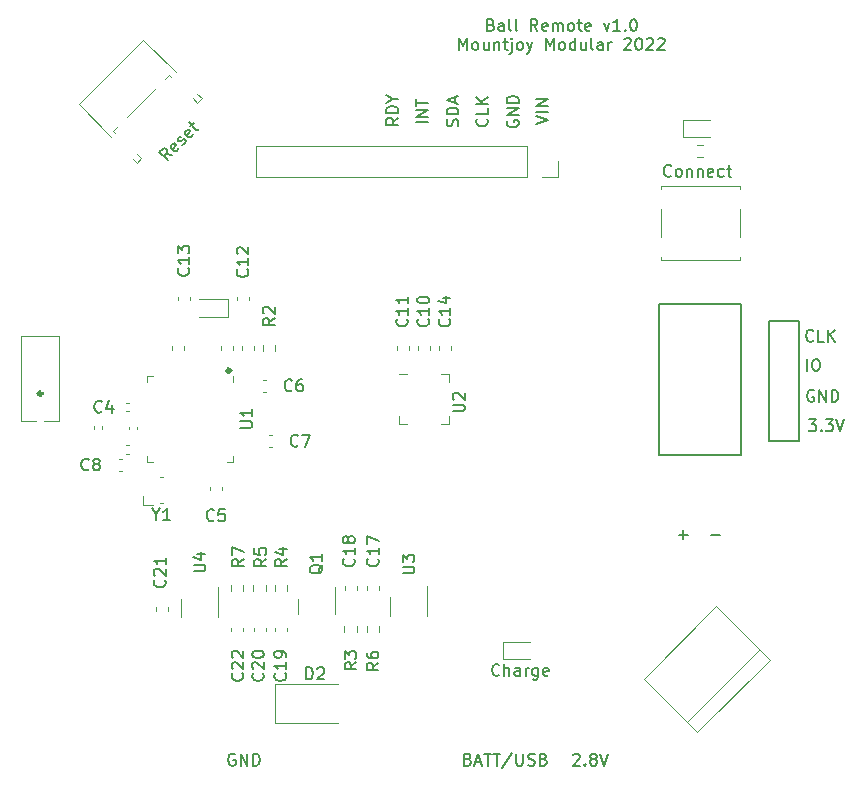
<source format=gbr>
%TF.GenerationSoftware,KiCad,Pcbnew,(6.0.1)*%
%TF.CreationDate,2022-03-12T16:33:18+00:00*%
%TF.ProjectId,Ball_Remote_Components,42616c6c-5f52-4656-9d6f-74655f436f6d,rev?*%
%TF.SameCoordinates,Original*%
%TF.FileFunction,Legend,Top*%
%TF.FilePolarity,Positive*%
%FSLAX46Y46*%
G04 Gerber Fmt 4.6, Leading zero omitted, Abs format (unit mm)*
G04 Created by KiCad (PCBNEW (6.0.1)) date 2022-03-12 16:33:18*
%MOMM*%
%LPD*%
G01*
G04 APERTURE LIST*
%ADD10C,0.150000*%
%ADD11C,0.357843*%
%ADD12C,0.120000*%
%ADD13C,0.342843*%
G04 APERTURE END LIST*
D10*
X151775000Y-75111071D02*
X151917857Y-75158690D01*
X151965476Y-75206309D01*
X152013095Y-75301547D01*
X152013095Y-75444404D01*
X151965476Y-75539642D01*
X151917857Y-75587261D01*
X151822619Y-75634880D01*
X151441666Y-75634880D01*
X151441666Y-74634880D01*
X151775000Y-74634880D01*
X151870238Y-74682500D01*
X151917857Y-74730119D01*
X151965476Y-74825357D01*
X151965476Y-74920595D01*
X151917857Y-75015833D01*
X151870238Y-75063452D01*
X151775000Y-75111071D01*
X151441666Y-75111071D01*
X152870238Y-75634880D02*
X152870238Y-75111071D01*
X152822619Y-75015833D01*
X152727380Y-74968214D01*
X152536904Y-74968214D01*
X152441666Y-75015833D01*
X152870238Y-75587261D02*
X152775000Y-75634880D01*
X152536904Y-75634880D01*
X152441666Y-75587261D01*
X152394047Y-75492023D01*
X152394047Y-75396785D01*
X152441666Y-75301547D01*
X152536904Y-75253928D01*
X152775000Y-75253928D01*
X152870238Y-75206309D01*
X153489285Y-75634880D02*
X153394047Y-75587261D01*
X153346428Y-75492023D01*
X153346428Y-74634880D01*
X154013095Y-75634880D02*
X153917857Y-75587261D01*
X153870238Y-75492023D01*
X153870238Y-74634880D01*
X155727380Y-75634880D02*
X155394047Y-75158690D01*
X155155952Y-75634880D02*
X155155952Y-74634880D01*
X155536904Y-74634880D01*
X155632142Y-74682500D01*
X155679761Y-74730119D01*
X155727380Y-74825357D01*
X155727380Y-74968214D01*
X155679761Y-75063452D01*
X155632142Y-75111071D01*
X155536904Y-75158690D01*
X155155952Y-75158690D01*
X156536904Y-75587261D02*
X156441666Y-75634880D01*
X156251190Y-75634880D01*
X156155952Y-75587261D01*
X156108333Y-75492023D01*
X156108333Y-75111071D01*
X156155952Y-75015833D01*
X156251190Y-74968214D01*
X156441666Y-74968214D01*
X156536904Y-75015833D01*
X156584523Y-75111071D01*
X156584523Y-75206309D01*
X156108333Y-75301547D01*
X157013095Y-75634880D02*
X157013095Y-74968214D01*
X157013095Y-75063452D02*
X157060714Y-75015833D01*
X157155952Y-74968214D01*
X157298809Y-74968214D01*
X157394047Y-75015833D01*
X157441666Y-75111071D01*
X157441666Y-75634880D01*
X157441666Y-75111071D02*
X157489285Y-75015833D01*
X157584523Y-74968214D01*
X157727380Y-74968214D01*
X157822619Y-75015833D01*
X157870238Y-75111071D01*
X157870238Y-75634880D01*
X158489285Y-75634880D02*
X158394047Y-75587261D01*
X158346428Y-75539642D01*
X158298809Y-75444404D01*
X158298809Y-75158690D01*
X158346428Y-75063452D01*
X158394047Y-75015833D01*
X158489285Y-74968214D01*
X158632142Y-74968214D01*
X158727380Y-75015833D01*
X158775000Y-75063452D01*
X158822619Y-75158690D01*
X158822619Y-75444404D01*
X158775000Y-75539642D01*
X158727380Y-75587261D01*
X158632142Y-75634880D01*
X158489285Y-75634880D01*
X159108333Y-74968214D02*
X159489285Y-74968214D01*
X159251190Y-74634880D02*
X159251190Y-75492023D01*
X159298809Y-75587261D01*
X159394047Y-75634880D01*
X159489285Y-75634880D01*
X160203571Y-75587261D02*
X160108333Y-75634880D01*
X159917857Y-75634880D01*
X159822619Y-75587261D01*
X159775000Y-75492023D01*
X159775000Y-75111071D01*
X159822619Y-75015833D01*
X159917857Y-74968214D01*
X160108333Y-74968214D01*
X160203571Y-75015833D01*
X160251190Y-75111071D01*
X160251190Y-75206309D01*
X159775000Y-75301547D01*
X161346428Y-74968214D02*
X161584523Y-75634880D01*
X161822619Y-74968214D01*
X162727380Y-75634880D02*
X162155952Y-75634880D01*
X162441666Y-75634880D02*
X162441666Y-74634880D01*
X162346428Y-74777738D01*
X162251190Y-74872976D01*
X162155952Y-74920595D01*
X163155952Y-75539642D02*
X163203571Y-75587261D01*
X163155952Y-75634880D01*
X163108333Y-75587261D01*
X163155952Y-75539642D01*
X163155952Y-75634880D01*
X163822619Y-74634880D02*
X163917857Y-74634880D01*
X164013095Y-74682500D01*
X164060714Y-74730119D01*
X164108333Y-74825357D01*
X164155952Y-75015833D01*
X164155952Y-75253928D01*
X164108333Y-75444404D01*
X164060714Y-75539642D01*
X164013095Y-75587261D01*
X163917857Y-75634880D01*
X163822619Y-75634880D01*
X163727380Y-75587261D01*
X163679761Y-75539642D01*
X163632142Y-75444404D01*
X163584523Y-75253928D01*
X163584523Y-75015833D01*
X163632142Y-74825357D01*
X163679761Y-74730119D01*
X163727380Y-74682500D01*
X163822619Y-74634880D01*
X149108333Y-77244880D02*
X149108333Y-76244880D01*
X149441666Y-76959166D01*
X149775000Y-76244880D01*
X149775000Y-77244880D01*
X150394047Y-77244880D02*
X150298809Y-77197261D01*
X150251190Y-77149642D01*
X150203571Y-77054404D01*
X150203571Y-76768690D01*
X150251190Y-76673452D01*
X150298809Y-76625833D01*
X150394047Y-76578214D01*
X150536904Y-76578214D01*
X150632142Y-76625833D01*
X150679761Y-76673452D01*
X150727380Y-76768690D01*
X150727380Y-77054404D01*
X150679761Y-77149642D01*
X150632142Y-77197261D01*
X150536904Y-77244880D01*
X150394047Y-77244880D01*
X151584523Y-76578214D02*
X151584523Y-77244880D01*
X151155952Y-76578214D02*
X151155952Y-77102023D01*
X151203571Y-77197261D01*
X151298809Y-77244880D01*
X151441666Y-77244880D01*
X151536904Y-77197261D01*
X151584523Y-77149642D01*
X152060714Y-76578214D02*
X152060714Y-77244880D01*
X152060714Y-76673452D02*
X152108333Y-76625833D01*
X152203571Y-76578214D01*
X152346428Y-76578214D01*
X152441666Y-76625833D01*
X152489285Y-76721071D01*
X152489285Y-77244880D01*
X152822619Y-76578214D02*
X153203571Y-76578214D01*
X152965476Y-76244880D02*
X152965476Y-77102023D01*
X153013095Y-77197261D01*
X153108333Y-77244880D01*
X153203571Y-77244880D01*
X153536904Y-76578214D02*
X153536904Y-77435357D01*
X153489285Y-77530595D01*
X153394047Y-77578214D01*
X153346428Y-77578214D01*
X153536904Y-76244880D02*
X153489285Y-76292500D01*
X153536904Y-76340119D01*
X153584523Y-76292500D01*
X153536904Y-76244880D01*
X153536904Y-76340119D01*
X154155952Y-77244880D02*
X154060714Y-77197261D01*
X154013095Y-77149642D01*
X153965476Y-77054404D01*
X153965476Y-76768690D01*
X154013095Y-76673452D01*
X154060714Y-76625833D01*
X154155952Y-76578214D01*
X154298809Y-76578214D01*
X154394047Y-76625833D01*
X154441666Y-76673452D01*
X154489285Y-76768690D01*
X154489285Y-77054404D01*
X154441666Y-77149642D01*
X154394047Y-77197261D01*
X154298809Y-77244880D01*
X154155952Y-77244880D01*
X154822619Y-76578214D02*
X155060714Y-77244880D01*
X155298809Y-76578214D02*
X155060714Y-77244880D01*
X154965476Y-77482976D01*
X154917857Y-77530595D01*
X154822619Y-77578214D01*
X156441666Y-77244880D02*
X156441666Y-76244880D01*
X156775000Y-76959166D01*
X157108333Y-76244880D01*
X157108333Y-77244880D01*
X157727380Y-77244880D02*
X157632142Y-77197261D01*
X157584523Y-77149642D01*
X157536904Y-77054404D01*
X157536904Y-76768690D01*
X157584523Y-76673452D01*
X157632142Y-76625833D01*
X157727380Y-76578214D01*
X157870238Y-76578214D01*
X157965476Y-76625833D01*
X158013095Y-76673452D01*
X158060714Y-76768690D01*
X158060714Y-77054404D01*
X158013095Y-77149642D01*
X157965476Y-77197261D01*
X157870238Y-77244880D01*
X157727380Y-77244880D01*
X158917857Y-77244880D02*
X158917857Y-76244880D01*
X158917857Y-77197261D02*
X158822619Y-77244880D01*
X158632142Y-77244880D01*
X158536904Y-77197261D01*
X158489285Y-77149642D01*
X158441666Y-77054404D01*
X158441666Y-76768690D01*
X158489285Y-76673452D01*
X158536904Y-76625833D01*
X158632142Y-76578214D01*
X158822619Y-76578214D01*
X158917857Y-76625833D01*
X159822619Y-76578214D02*
X159822619Y-77244880D01*
X159394047Y-76578214D02*
X159394047Y-77102023D01*
X159441666Y-77197261D01*
X159536904Y-77244880D01*
X159679761Y-77244880D01*
X159775000Y-77197261D01*
X159822619Y-77149642D01*
X160441666Y-77244880D02*
X160346428Y-77197261D01*
X160298809Y-77102023D01*
X160298809Y-76244880D01*
X161251190Y-77244880D02*
X161251190Y-76721071D01*
X161203571Y-76625833D01*
X161108333Y-76578214D01*
X160917857Y-76578214D01*
X160822619Y-76625833D01*
X161251190Y-77197261D02*
X161155952Y-77244880D01*
X160917857Y-77244880D01*
X160822619Y-77197261D01*
X160775000Y-77102023D01*
X160775000Y-77006785D01*
X160822619Y-76911547D01*
X160917857Y-76863928D01*
X161155952Y-76863928D01*
X161251190Y-76816309D01*
X161727380Y-77244880D02*
X161727380Y-76578214D01*
X161727380Y-76768690D02*
X161775000Y-76673452D01*
X161822619Y-76625833D01*
X161917857Y-76578214D01*
X162013095Y-76578214D01*
X163060714Y-76340119D02*
X163108333Y-76292500D01*
X163203571Y-76244880D01*
X163441666Y-76244880D01*
X163536904Y-76292500D01*
X163584523Y-76340119D01*
X163632142Y-76435357D01*
X163632142Y-76530595D01*
X163584523Y-76673452D01*
X163013095Y-77244880D01*
X163632142Y-77244880D01*
X164251190Y-76244880D02*
X164346428Y-76244880D01*
X164441666Y-76292500D01*
X164489285Y-76340119D01*
X164536904Y-76435357D01*
X164584523Y-76625833D01*
X164584523Y-76863928D01*
X164536904Y-77054404D01*
X164489285Y-77149642D01*
X164441666Y-77197261D01*
X164346428Y-77244880D01*
X164251190Y-77244880D01*
X164155952Y-77197261D01*
X164108333Y-77149642D01*
X164060714Y-77054404D01*
X164013095Y-76863928D01*
X164013095Y-76625833D01*
X164060714Y-76435357D01*
X164108333Y-76340119D01*
X164155952Y-76292500D01*
X164251190Y-76244880D01*
X164965476Y-76340119D02*
X165013095Y-76292500D01*
X165108333Y-76244880D01*
X165346428Y-76244880D01*
X165441666Y-76292500D01*
X165489285Y-76340119D01*
X165536904Y-76435357D01*
X165536904Y-76530595D01*
X165489285Y-76673452D01*
X164917857Y-77244880D01*
X165536904Y-77244880D01*
X165917857Y-76340119D02*
X165965476Y-76292500D01*
X166060714Y-76244880D01*
X166298809Y-76244880D01*
X166394047Y-76292500D01*
X166441666Y-76340119D01*
X166489285Y-76435357D01*
X166489285Y-76530595D01*
X166441666Y-76673452D01*
X165870238Y-77244880D01*
X166489285Y-77244880D01*
X143927380Y-83006547D02*
X143451190Y-83339880D01*
X143927380Y-83577976D02*
X142927380Y-83577976D01*
X142927380Y-83197023D01*
X142975000Y-83101785D01*
X143022619Y-83054166D01*
X143117857Y-83006547D01*
X143260714Y-83006547D01*
X143355952Y-83054166D01*
X143403571Y-83101785D01*
X143451190Y-83197023D01*
X143451190Y-83577976D01*
X143927380Y-82577976D02*
X142927380Y-82577976D01*
X142927380Y-82339880D01*
X142975000Y-82197023D01*
X143070238Y-82101785D01*
X143165476Y-82054166D01*
X143355952Y-82006547D01*
X143498809Y-82006547D01*
X143689285Y-82054166D01*
X143784523Y-82101785D01*
X143879761Y-82197023D01*
X143927380Y-82339880D01*
X143927380Y-82577976D01*
X143451190Y-81387500D02*
X143927380Y-81387500D01*
X142927380Y-81720833D02*
X143451190Y-81387500D01*
X142927380Y-81054166D01*
X146427380Y-83392261D02*
X145427380Y-83392261D01*
X146427380Y-82916071D02*
X145427380Y-82916071D01*
X146427380Y-82344642D01*
X145427380Y-82344642D01*
X145427380Y-82011309D02*
X145427380Y-81439880D01*
X146427380Y-81725595D02*
X145427380Y-81725595D01*
X148979761Y-83701785D02*
X149027380Y-83558928D01*
X149027380Y-83320833D01*
X148979761Y-83225595D01*
X148932142Y-83177976D01*
X148836904Y-83130357D01*
X148741666Y-83130357D01*
X148646428Y-83177976D01*
X148598809Y-83225595D01*
X148551190Y-83320833D01*
X148503571Y-83511309D01*
X148455952Y-83606547D01*
X148408333Y-83654166D01*
X148313095Y-83701785D01*
X148217857Y-83701785D01*
X148122619Y-83654166D01*
X148075000Y-83606547D01*
X148027380Y-83511309D01*
X148027380Y-83273214D01*
X148075000Y-83130357D01*
X149027380Y-82701785D02*
X148027380Y-82701785D01*
X148027380Y-82463690D01*
X148075000Y-82320833D01*
X148170238Y-82225595D01*
X148265476Y-82177976D01*
X148455952Y-82130357D01*
X148598809Y-82130357D01*
X148789285Y-82177976D01*
X148884523Y-82225595D01*
X148979761Y-82320833D01*
X149027380Y-82463690D01*
X149027380Y-82701785D01*
X148741666Y-81749404D02*
X148741666Y-81273214D01*
X149027380Y-81844642D02*
X148027380Y-81511309D01*
X149027380Y-81177976D01*
X151432142Y-83082738D02*
X151479761Y-83130357D01*
X151527380Y-83273214D01*
X151527380Y-83368452D01*
X151479761Y-83511309D01*
X151384523Y-83606547D01*
X151289285Y-83654166D01*
X151098809Y-83701785D01*
X150955952Y-83701785D01*
X150765476Y-83654166D01*
X150670238Y-83606547D01*
X150575000Y-83511309D01*
X150527380Y-83368452D01*
X150527380Y-83273214D01*
X150575000Y-83130357D01*
X150622619Y-83082738D01*
X151527380Y-82177976D02*
X151527380Y-82654166D01*
X150527380Y-82654166D01*
X151527380Y-81844642D02*
X150527380Y-81844642D01*
X151527380Y-81273214D02*
X150955952Y-81701785D01*
X150527380Y-81273214D02*
X151098809Y-81844642D01*
X153175000Y-83249404D02*
X153127380Y-83344642D01*
X153127380Y-83487500D01*
X153175000Y-83630357D01*
X153270238Y-83725595D01*
X153365476Y-83773214D01*
X153555952Y-83820833D01*
X153698809Y-83820833D01*
X153889285Y-83773214D01*
X153984523Y-83725595D01*
X154079761Y-83630357D01*
X154127380Y-83487500D01*
X154127380Y-83392261D01*
X154079761Y-83249404D01*
X154032142Y-83201785D01*
X153698809Y-83201785D01*
X153698809Y-83392261D01*
X154127380Y-82773214D02*
X153127380Y-82773214D01*
X154127380Y-82201785D01*
X153127380Y-82201785D01*
X154127380Y-81725595D02*
X153127380Y-81725595D01*
X153127380Y-81487500D01*
X153175000Y-81344642D01*
X153270238Y-81249404D01*
X153365476Y-81201785D01*
X153555952Y-81154166D01*
X153698809Y-81154166D01*
X153889285Y-81201785D01*
X153984523Y-81249404D01*
X154079761Y-81344642D01*
X154127380Y-81487500D01*
X154127380Y-81725595D01*
X155627380Y-83482738D02*
X156627380Y-83149404D01*
X155627380Y-82816071D01*
X156627380Y-82482738D02*
X155627380Y-82482738D01*
X156627380Y-82006547D02*
X155627380Y-82006547D01*
X156627380Y-81435119D01*
X155627380Y-81435119D01*
X167675595Y-118308928D02*
X168437500Y-118308928D01*
X168056547Y-118689880D02*
X168056547Y-117927976D01*
X170437500Y-118308928D02*
X171199404Y-118308928D01*
D11*
X129778921Y-104400000D02*
G75*
G03*
X129778921Y-104400000I-178921J0D01*
G01*
D10*
X158746428Y-136935119D02*
X158794047Y-136887500D01*
X158889285Y-136839880D01*
X159127380Y-136839880D01*
X159222619Y-136887500D01*
X159270238Y-136935119D01*
X159317857Y-137030357D01*
X159317857Y-137125595D01*
X159270238Y-137268452D01*
X158698809Y-137839880D01*
X159317857Y-137839880D01*
X159746428Y-137744642D02*
X159794047Y-137792261D01*
X159746428Y-137839880D01*
X159698809Y-137792261D01*
X159746428Y-137744642D01*
X159746428Y-137839880D01*
X160365476Y-137268452D02*
X160270238Y-137220833D01*
X160222619Y-137173214D01*
X160175000Y-137077976D01*
X160175000Y-137030357D01*
X160222619Y-136935119D01*
X160270238Y-136887500D01*
X160365476Y-136839880D01*
X160555952Y-136839880D01*
X160651190Y-136887500D01*
X160698809Y-136935119D01*
X160746428Y-137030357D01*
X160746428Y-137077976D01*
X160698809Y-137173214D01*
X160651190Y-137220833D01*
X160555952Y-137268452D01*
X160365476Y-137268452D01*
X160270238Y-137316071D01*
X160222619Y-137363690D01*
X160175000Y-137458928D01*
X160175000Y-137649404D01*
X160222619Y-137744642D01*
X160270238Y-137792261D01*
X160365476Y-137839880D01*
X160555952Y-137839880D01*
X160651190Y-137792261D01*
X160698809Y-137744642D01*
X160746428Y-137649404D01*
X160746428Y-137458928D01*
X160698809Y-137363690D01*
X160651190Y-137316071D01*
X160555952Y-137268452D01*
X161032142Y-136839880D02*
X161365476Y-137839880D01*
X161698809Y-136839880D01*
X130113095Y-136887500D02*
X130017857Y-136839880D01*
X129875000Y-136839880D01*
X129732142Y-136887500D01*
X129636904Y-136982738D01*
X129589285Y-137077976D01*
X129541666Y-137268452D01*
X129541666Y-137411309D01*
X129589285Y-137601785D01*
X129636904Y-137697023D01*
X129732142Y-137792261D01*
X129875000Y-137839880D01*
X129970238Y-137839880D01*
X130113095Y-137792261D01*
X130160714Y-137744642D01*
X130160714Y-137411309D01*
X129970238Y-137411309D01*
X130589285Y-137839880D02*
X130589285Y-136839880D01*
X131160714Y-137839880D01*
X131160714Y-136839880D01*
X131636904Y-137839880D02*
X131636904Y-136839880D01*
X131875000Y-136839880D01*
X132017857Y-136887500D01*
X132113095Y-136982738D01*
X132160714Y-137077976D01*
X132208333Y-137268452D01*
X132208333Y-137411309D01*
X132160714Y-137601785D01*
X132113095Y-137697023D01*
X132017857Y-137792261D01*
X131875000Y-137839880D01*
X131636904Y-137839880D01*
X124819416Y-86182847D02*
X124246996Y-86081831D01*
X124415355Y-86586908D02*
X123708248Y-85879801D01*
X123977622Y-85610427D01*
X124078637Y-85576755D01*
X124145981Y-85576755D01*
X124246996Y-85610427D01*
X124348011Y-85711442D01*
X124381683Y-85812457D01*
X124381683Y-85879801D01*
X124348011Y-85980816D01*
X124078637Y-86250190D01*
X125358164Y-85576755D02*
X125324492Y-85677770D01*
X125189805Y-85812457D01*
X125088790Y-85846129D01*
X124987774Y-85812457D01*
X124718400Y-85543083D01*
X124684729Y-85442068D01*
X124718400Y-85341053D01*
X124853087Y-85206366D01*
X124954103Y-85172694D01*
X125055118Y-85206366D01*
X125122461Y-85273709D01*
X124853087Y-85677770D01*
X125661209Y-85273709D02*
X125762225Y-85240038D01*
X125896912Y-85105351D01*
X125930583Y-85004335D01*
X125896912Y-84903320D01*
X125863240Y-84869648D01*
X125762225Y-84835977D01*
X125661209Y-84869648D01*
X125560194Y-84970664D01*
X125459179Y-85004335D01*
X125358164Y-84970664D01*
X125324492Y-84936992D01*
X125290820Y-84835977D01*
X125324492Y-84734961D01*
X125425507Y-84633946D01*
X125526522Y-84600274D01*
X126536675Y-84398244D02*
X126503003Y-84499259D01*
X126368316Y-84633946D01*
X126267301Y-84667618D01*
X126166286Y-84633946D01*
X125896912Y-84364572D01*
X125863240Y-84263557D01*
X125896912Y-84162542D01*
X126031599Y-84027855D01*
X126132614Y-83994183D01*
X126233629Y-84027855D01*
X126300973Y-84095198D01*
X126031599Y-84499259D01*
X126334644Y-83724809D02*
X126604018Y-83455435D01*
X126199957Y-83388091D02*
X126806049Y-83994183D01*
X126907064Y-84027855D01*
X127008079Y-83994183D01*
X127075423Y-83926839D01*
X152489285Y-130144642D02*
X152441666Y-130192261D01*
X152298809Y-130239880D01*
X152203571Y-130239880D01*
X152060714Y-130192261D01*
X151965476Y-130097023D01*
X151917857Y-130001785D01*
X151870238Y-129811309D01*
X151870238Y-129668452D01*
X151917857Y-129477976D01*
X151965476Y-129382738D01*
X152060714Y-129287500D01*
X152203571Y-129239880D01*
X152298809Y-129239880D01*
X152441666Y-129287500D01*
X152489285Y-129335119D01*
X152917857Y-130239880D02*
X152917857Y-129239880D01*
X153346428Y-130239880D02*
X153346428Y-129716071D01*
X153298809Y-129620833D01*
X153203571Y-129573214D01*
X153060714Y-129573214D01*
X152965476Y-129620833D01*
X152917857Y-129668452D01*
X154251190Y-130239880D02*
X154251190Y-129716071D01*
X154203571Y-129620833D01*
X154108333Y-129573214D01*
X153917857Y-129573214D01*
X153822619Y-129620833D01*
X154251190Y-130192261D02*
X154155952Y-130239880D01*
X153917857Y-130239880D01*
X153822619Y-130192261D01*
X153775000Y-130097023D01*
X153775000Y-130001785D01*
X153822619Y-129906547D01*
X153917857Y-129858928D01*
X154155952Y-129858928D01*
X154251190Y-129811309D01*
X154727380Y-130239880D02*
X154727380Y-129573214D01*
X154727380Y-129763690D02*
X154775000Y-129668452D01*
X154822619Y-129620833D01*
X154917857Y-129573214D01*
X155013095Y-129573214D01*
X155775000Y-129573214D02*
X155775000Y-130382738D01*
X155727380Y-130477976D01*
X155679761Y-130525595D01*
X155584523Y-130573214D01*
X155441666Y-130573214D01*
X155346428Y-130525595D01*
X155775000Y-130192261D02*
X155679761Y-130239880D01*
X155489285Y-130239880D01*
X155394047Y-130192261D01*
X155346428Y-130144642D01*
X155298809Y-130049404D01*
X155298809Y-129763690D01*
X155346428Y-129668452D01*
X155394047Y-129620833D01*
X155489285Y-129573214D01*
X155679761Y-129573214D01*
X155775000Y-129620833D01*
X156632142Y-130192261D02*
X156536904Y-130239880D01*
X156346428Y-130239880D01*
X156251190Y-130192261D01*
X156203571Y-130097023D01*
X156203571Y-129716071D01*
X156251190Y-129620833D01*
X156346428Y-129573214D01*
X156536904Y-129573214D01*
X156632142Y-129620833D01*
X156679761Y-129716071D01*
X156679761Y-129811309D01*
X156203571Y-129906547D01*
X149832142Y-137316071D02*
X149975000Y-137363690D01*
X150022619Y-137411309D01*
X150070238Y-137506547D01*
X150070238Y-137649404D01*
X150022619Y-137744642D01*
X149975000Y-137792261D01*
X149879761Y-137839880D01*
X149498809Y-137839880D01*
X149498809Y-136839880D01*
X149832142Y-136839880D01*
X149927380Y-136887500D01*
X149975000Y-136935119D01*
X150022619Y-137030357D01*
X150022619Y-137125595D01*
X149975000Y-137220833D01*
X149927380Y-137268452D01*
X149832142Y-137316071D01*
X149498809Y-137316071D01*
X150451190Y-137554166D02*
X150927380Y-137554166D01*
X150355952Y-137839880D02*
X150689285Y-136839880D01*
X151022619Y-137839880D01*
X151213095Y-136839880D02*
X151784523Y-136839880D01*
X151498809Y-137839880D02*
X151498809Y-136839880D01*
X151975000Y-136839880D02*
X152546428Y-136839880D01*
X152260714Y-137839880D02*
X152260714Y-136839880D01*
X153594047Y-136792261D02*
X152736904Y-138077976D01*
X153927380Y-136839880D02*
X153927380Y-137649404D01*
X153975000Y-137744642D01*
X154022619Y-137792261D01*
X154117857Y-137839880D01*
X154308333Y-137839880D01*
X154403571Y-137792261D01*
X154451190Y-137744642D01*
X154498809Y-137649404D01*
X154498809Y-136839880D01*
X154927380Y-137792261D02*
X155070238Y-137839880D01*
X155308333Y-137839880D01*
X155403571Y-137792261D01*
X155451190Y-137744642D01*
X155498809Y-137649404D01*
X155498809Y-137554166D01*
X155451190Y-137458928D01*
X155403571Y-137411309D01*
X155308333Y-137363690D01*
X155117857Y-137316071D01*
X155022619Y-137268452D01*
X154975000Y-137220833D01*
X154927380Y-137125595D01*
X154927380Y-137030357D01*
X154975000Y-136935119D01*
X155022619Y-136887500D01*
X155117857Y-136839880D01*
X155355952Y-136839880D01*
X155498809Y-136887500D01*
X156260714Y-137316071D02*
X156403571Y-137363690D01*
X156451190Y-137411309D01*
X156498809Y-137506547D01*
X156498809Y-137649404D01*
X156451190Y-137744642D01*
X156403571Y-137792261D01*
X156308333Y-137839880D01*
X155927380Y-137839880D01*
X155927380Y-136839880D01*
X156260714Y-136839880D01*
X156355952Y-136887500D01*
X156403571Y-136935119D01*
X156451190Y-137030357D01*
X156451190Y-137125595D01*
X156403571Y-137220833D01*
X156355952Y-137268452D01*
X156260714Y-137316071D01*
X155927380Y-137316071D01*
X167047023Y-87894642D02*
X166999404Y-87942261D01*
X166856547Y-87989880D01*
X166761309Y-87989880D01*
X166618452Y-87942261D01*
X166523214Y-87847023D01*
X166475595Y-87751785D01*
X166427976Y-87561309D01*
X166427976Y-87418452D01*
X166475595Y-87227976D01*
X166523214Y-87132738D01*
X166618452Y-87037500D01*
X166761309Y-86989880D01*
X166856547Y-86989880D01*
X166999404Y-87037500D01*
X167047023Y-87085119D01*
X167618452Y-87989880D02*
X167523214Y-87942261D01*
X167475595Y-87894642D01*
X167427976Y-87799404D01*
X167427976Y-87513690D01*
X167475595Y-87418452D01*
X167523214Y-87370833D01*
X167618452Y-87323214D01*
X167761309Y-87323214D01*
X167856547Y-87370833D01*
X167904166Y-87418452D01*
X167951785Y-87513690D01*
X167951785Y-87799404D01*
X167904166Y-87894642D01*
X167856547Y-87942261D01*
X167761309Y-87989880D01*
X167618452Y-87989880D01*
X168380357Y-87323214D02*
X168380357Y-87989880D01*
X168380357Y-87418452D02*
X168427976Y-87370833D01*
X168523214Y-87323214D01*
X168666071Y-87323214D01*
X168761309Y-87370833D01*
X168808928Y-87466071D01*
X168808928Y-87989880D01*
X169285119Y-87323214D02*
X169285119Y-87989880D01*
X169285119Y-87418452D02*
X169332738Y-87370833D01*
X169427976Y-87323214D01*
X169570833Y-87323214D01*
X169666071Y-87370833D01*
X169713690Y-87466071D01*
X169713690Y-87989880D01*
X170570833Y-87942261D02*
X170475595Y-87989880D01*
X170285119Y-87989880D01*
X170189880Y-87942261D01*
X170142261Y-87847023D01*
X170142261Y-87466071D01*
X170189880Y-87370833D01*
X170285119Y-87323214D01*
X170475595Y-87323214D01*
X170570833Y-87370833D01*
X170618452Y-87466071D01*
X170618452Y-87561309D01*
X170142261Y-87656547D01*
X171475595Y-87942261D02*
X171380357Y-87989880D01*
X171189880Y-87989880D01*
X171094642Y-87942261D01*
X171047023Y-87894642D01*
X170999404Y-87799404D01*
X170999404Y-87513690D01*
X171047023Y-87418452D01*
X171094642Y-87370833D01*
X171189880Y-87323214D01*
X171380357Y-87323214D01*
X171475595Y-87370833D01*
X171761309Y-87323214D02*
X172142261Y-87323214D01*
X171904166Y-86989880D02*
X171904166Y-87847023D01*
X171951785Y-87942261D01*
X172047023Y-87989880D01*
X172142261Y-87989880D01*
%TO.C,R5*%
X132752380Y-120366666D02*
X132276190Y-120700000D01*
X132752380Y-120938095D02*
X131752380Y-120938095D01*
X131752380Y-120557142D01*
X131800000Y-120461904D01*
X131847619Y-120414285D01*
X131942857Y-120366666D01*
X132085714Y-120366666D01*
X132180952Y-120414285D01*
X132228571Y-120461904D01*
X132276190Y-120557142D01*
X132276190Y-120938095D01*
X131752380Y-119461904D02*
X131752380Y-119938095D01*
X132228571Y-119985714D01*
X132180952Y-119938095D01*
X132133333Y-119842857D01*
X132133333Y-119604761D01*
X132180952Y-119509523D01*
X132228571Y-119461904D01*
X132323809Y-119414285D01*
X132561904Y-119414285D01*
X132657142Y-119461904D01*
X132704761Y-119509523D01*
X132752380Y-119604761D01*
X132752380Y-119842857D01*
X132704761Y-119938095D01*
X132657142Y-119985714D01*
%TO.C,C8*%
X117733333Y-112757142D02*
X117685714Y-112804761D01*
X117542857Y-112852380D01*
X117447619Y-112852380D01*
X117304761Y-112804761D01*
X117209523Y-112709523D01*
X117161904Y-112614285D01*
X117114285Y-112423809D01*
X117114285Y-112280952D01*
X117161904Y-112090476D01*
X117209523Y-111995238D01*
X117304761Y-111900000D01*
X117447619Y-111852380D01*
X117542857Y-111852380D01*
X117685714Y-111900000D01*
X117733333Y-111947619D01*
X118304761Y-112280952D02*
X118209523Y-112233333D01*
X118161904Y-112185714D01*
X118114285Y-112090476D01*
X118114285Y-112042857D01*
X118161904Y-111947619D01*
X118209523Y-111900000D01*
X118304761Y-111852380D01*
X118495238Y-111852380D01*
X118590476Y-111900000D01*
X118638095Y-111947619D01*
X118685714Y-112042857D01*
X118685714Y-112090476D01*
X118638095Y-112185714D01*
X118590476Y-112233333D01*
X118495238Y-112280952D01*
X118304761Y-112280952D01*
X118209523Y-112328571D01*
X118161904Y-112376190D01*
X118114285Y-112471428D01*
X118114285Y-112661904D01*
X118161904Y-112757142D01*
X118209523Y-112804761D01*
X118304761Y-112852380D01*
X118495238Y-112852380D01*
X118590476Y-112804761D01*
X118638095Y-112757142D01*
X118685714Y-112661904D01*
X118685714Y-112471428D01*
X118638095Y-112376190D01*
X118590476Y-112328571D01*
X118495238Y-112280952D01*
%TO.C,Y1*%
X123423809Y-116576190D02*
X123423809Y-117052380D01*
X123090476Y-116052380D02*
X123423809Y-116576190D01*
X123757142Y-116052380D01*
X124614285Y-117052380D02*
X124042857Y-117052380D01*
X124328571Y-117052380D02*
X124328571Y-116052380D01*
X124233333Y-116195238D01*
X124138095Y-116290476D01*
X124042857Y-116338095D01*
%TO.C,C5*%
X128333333Y-117057142D02*
X128285714Y-117104761D01*
X128142857Y-117152380D01*
X128047619Y-117152380D01*
X127904761Y-117104761D01*
X127809523Y-117009523D01*
X127761904Y-116914285D01*
X127714285Y-116723809D01*
X127714285Y-116580952D01*
X127761904Y-116390476D01*
X127809523Y-116295238D01*
X127904761Y-116200000D01*
X128047619Y-116152380D01*
X128142857Y-116152380D01*
X128285714Y-116200000D01*
X128333333Y-116247619D01*
X129238095Y-116152380D02*
X128761904Y-116152380D01*
X128714285Y-116628571D01*
X128761904Y-116580952D01*
X128857142Y-116533333D01*
X129095238Y-116533333D01*
X129190476Y-116580952D01*
X129238095Y-116628571D01*
X129285714Y-116723809D01*
X129285714Y-116961904D01*
X129238095Y-117057142D01*
X129190476Y-117104761D01*
X129095238Y-117152380D01*
X128857142Y-117152380D01*
X128761904Y-117104761D01*
X128714285Y-117057142D01*
%TO.C,U3*%
X144302380Y-121561904D02*
X145111904Y-121561904D01*
X145207142Y-121514285D01*
X145254761Y-121466666D01*
X145302380Y-121371428D01*
X145302380Y-121180952D01*
X145254761Y-121085714D01*
X145207142Y-121038095D01*
X145111904Y-120990476D01*
X144302380Y-120990476D01*
X144302380Y-120609523D02*
X144302380Y-119990476D01*
X144683333Y-120323809D01*
X144683333Y-120180952D01*
X144730952Y-120085714D01*
X144778571Y-120038095D01*
X144873809Y-119990476D01*
X145111904Y-119990476D01*
X145207142Y-120038095D01*
X145254761Y-120085714D01*
X145302380Y-120180952D01*
X145302380Y-120466666D01*
X145254761Y-120561904D01*
X145207142Y-120609523D01*
%TO.C,J3*%
X178551190Y-104439880D02*
X178551190Y-103439880D01*
X179217857Y-103439880D02*
X179408333Y-103439880D01*
X179503571Y-103487500D01*
X179598809Y-103582738D01*
X179646428Y-103773214D01*
X179646428Y-104106547D01*
X179598809Y-104297023D01*
X179503571Y-104392261D01*
X179408333Y-104439880D01*
X179217857Y-104439880D01*
X179122619Y-104392261D01*
X179027380Y-104297023D01*
X178979761Y-104106547D01*
X178979761Y-103773214D01*
X179027380Y-103582738D01*
X179122619Y-103487500D01*
X179217857Y-103439880D01*
X179079761Y-101844642D02*
X179032142Y-101892261D01*
X178889285Y-101939880D01*
X178794047Y-101939880D01*
X178651190Y-101892261D01*
X178555952Y-101797023D01*
X178508333Y-101701785D01*
X178460714Y-101511309D01*
X178460714Y-101368452D01*
X178508333Y-101177976D01*
X178555952Y-101082738D01*
X178651190Y-100987500D01*
X178794047Y-100939880D01*
X178889285Y-100939880D01*
X179032142Y-100987500D01*
X179079761Y-101035119D01*
X179984523Y-101939880D02*
X179508333Y-101939880D01*
X179508333Y-100939880D01*
X180317857Y-101939880D02*
X180317857Y-100939880D01*
X180889285Y-101939880D02*
X180460714Y-101368452D01*
X180889285Y-100939880D02*
X180317857Y-101511309D01*
X178698809Y-108539880D02*
X179317857Y-108539880D01*
X178984523Y-108920833D01*
X179127380Y-108920833D01*
X179222619Y-108968452D01*
X179270238Y-109016071D01*
X179317857Y-109111309D01*
X179317857Y-109349404D01*
X179270238Y-109444642D01*
X179222619Y-109492261D01*
X179127380Y-109539880D01*
X178841666Y-109539880D01*
X178746428Y-109492261D01*
X178698809Y-109444642D01*
X179746428Y-109444642D02*
X179794047Y-109492261D01*
X179746428Y-109539880D01*
X179698809Y-109492261D01*
X179746428Y-109444642D01*
X179746428Y-109539880D01*
X180127380Y-108539880D02*
X180746428Y-108539880D01*
X180413095Y-108920833D01*
X180555952Y-108920833D01*
X180651190Y-108968452D01*
X180698809Y-109016071D01*
X180746428Y-109111309D01*
X180746428Y-109349404D01*
X180698809Y-109444642D01*
X180651190Y-109492261D01*
X180555952Y-109539880D01*
X180270238Y-109539880D01*
X180175000Y-109492261D01*
X180127380Y-109444642D01*
X181032142Y-108539880D02*
X181365476Y-109539880D01*
X181698809Y-108539880D01*
X179113095Y-106087500D02*
X179017857Y-106039880D01*
X178875000Y-106039880D01*
X178732142Y-106087500D01*
X178636904Y-106182738D01*
X178589285Y-106277976D01*
X178541666Y-106468452D01*
X178541666Y-106611309D01*
X178589285Y-106801785D01*
X178636904Y-106897023D01*
X178732142Y-106992261D01*
X178875000Y-107039880D01*
X178970238Y-107039880D01*
X179113095Y-106992261D01*
X179160714Y-106944642D01*
X179160714Y-106611309D01*
X178970238Y-106611309D01*
X179589285Y-107039880D02*
X179589285Y-106039880D01*
X180160714Y-107039880D01*
X180160714Y-106039880D01*
X180636904Y-107039880D02*
X180636904Y-106039880D01*
X180875000Y-106039880D01*
X181017857Y-106087500D01*
X181113095Y-106182738D01*
X181160714Y-106277976D01*
X181208333Y-106468452D01*
X181208333Y-106611309D01*
X181160714Y-106801785D01*
X181113095Y-106897023D01*
X181017857Y-106992261D01*
X180875000Y-107039880D01*
X180636904Y-107039880D01*
%TO.C,R3*%
X140402380Y-129116666D02*
X139926190Y-129450000D01*
X140402380Y-129688095D02*
X139402380Y-129688095D01*
X139402380Y-129307142D01*
X139450000Y-129211904D01*
X139497619Y-129164285D01*
X139592857Y-129116666D01*
X139735714Y-129116666D01*
X139830952Y-129164285D01*
X139878571Y-129211904D01*
X139926190Y-129307142D01*
X139926190Y-129688095D01*
X139402380Y-128783333D02*
X139402380Y-128164285D01*
X139783333Y-128497619D01*
X139783333Y-128354761D01*
X139830952Y-128259523D01*
X139878571Y-128211904D01*
X139973809Y-128164285D01*
X140211904Y-128164285D01*
X140307142Y-128211904D01*
X140354761Y-128259523D01*
X140402380Y-128354761D01*
X140402380Y-128640476D01*
X140354761Y-128735714D01*
X140307142Y-128783333D01*
%TO.C,C7*%
X135452083Y-110738392D02*
X135404464Y-110786011D01*
X135261607Y-110833630D01*
X135166369Y-110833630D01*
X135023511Y-110786011D01*
X134928273Y-110690773D01*
X134880654Y-110595535D01*
X134833035Y-110405059D01*
X134833035Y-110262202D01*
X134880654Y-110071726D01*
X134928273Y-109976488D01*
X135023511Y-109881250D01*
X135166369Y-109833630D01*
X135261607Y-109833630D01*
X135404464Y-109881250D01*
X135452083Y-109928869D01*
X135785416Y-109833630D02*
X136452083Y-109833630D01*
X136023511Y-110833630D01*
%TO.C,C17*%
X142182142Y-120342857D02*
X142229761Y-120390476D01*
X142277380Y-120533333D01*
X142277380Y-120628571D01*
X142229761Y-120771428D01*
X142134523Y-120866666D01*
X142039285Y-120914285D01*
X141848809Y-120961904D01*
X141705952Y-120961904D01*
X141515476Y-120914285D01*
X141420238Y-120866666D01*
X141325000Y-120771428D01*
X141277380Y-120628571D01*
X141277380Y-120533333D01*
X141325000Y-120390476D01*
X141372619Y-120342857D01*
X142277380Y-119390476D02*
X142277380Y-119961904D01*
X142277380Y-119676190D02*
X141277380Y-119676190D01*
X141420238Y-119771428D01*
X141515476Y-119866666D01*
X141563095Y-119961904D01*
X141277380Y-119057142D02*
X141277380Y-118390476D01*
X142277380Y-118819047D01*
%TO.C,R4*%
X134512380Y-120366666D02*
X134036190Y-120700000D01*
X134512380Y-120938095D02*
X133512380Y-120938095D01*
X133512380Y-120557142D01*
X133560000Y-120461904D01*
X133607619Y-120414285D01*
X133702857Y-120366666D01*
X133845714Y-120366666D01*
X133940952Y-120414285D01*
X133988571Y-120461904D01*
X134036190Y-120557142D01*
X134036190Y-120938095D01*
X133845714Y-119509523D02*
X134512380Y-119509523D01*
X133464761Y-119747619D02*
X134179047Y-119985714D01*
X134179047Y-119366666D01*
%TO.C,C13*%
X126157142Y-95742857D02*
X126204761Y-95790476D01*
X126252380Y-95933333D01*
X126252380Y-96028571D01*
X126204761Y-96171428D01*
X126109523Y-96266666D01*
X126014285Y-96314285D01*
X125823809Y-96361904D01*
X125680952Y-96361904D01*
X125490476Y-96314285D01*
X125395238Y-96266666D01*
X125300000Y-96171428D01*
X125252380Y-96028571D01*
X125252380Y-95933333D01*
X125300000Y-95790476D01*
X125347619Y-95742857D01*
X126252380Y-94790476D02*
X126252380Y-95361904D01*
X126252380Y-95076190D02*
X125252380Y-95076190D01*
X125395238Y-95171428D01*
X125490476Y-95266666D01*
X125538095Y-95361904D01*
X125252380Y-94457142D02*
X125252380Y-93838095D01*
X125633333Y-94171428D01*
X125633333Y-94028571D01*
X125680952Y-93933333D01*
X125728571Y-93885714D01*
X125823809Y-93838095D01*
X126061904Y-93838095D01*
X126157142Y-93885714D01*
X126204761Y-93933333D01*
X126252380Y-94028571D01*
X126252380Y-94314285D01*
X126204761Y-94409523D01*
X126157142Y-94457142D01*
%TO.C,C6*%
X134933333Y-106057142D02*
X134885714Y-106104761D01*
X134742857Y-106152380D01*
X134647619Y-106152380D01*
X134504761Y-106104761D01*
X134409523Y-106009523D01*
X134361904Y-105914285D01*
X134314285Y-105723809D01*
X134314285Y-105580952D01*
X134361904Y-105390476D01*
X134409523Y-105295238D01*
X134504761Y-105200000D01*
X134647619Y-105152380D01*
X134742857Y-105152380D01*
X134885714Y-105200000D01*
X134933333Y-105247619D01*
X135790476Y-105152380D02*
X135600000Y-105152380D01*
X135504761Y-105200000D01*
X135457142Y-105247619D01*
X135361904Y-105390476D01*
X135314285Y-105580952D01*
X135314285Y-105961904D01*
X135361904Y-106057142D01*
X135409523Y-106104761D01*
X135504761Y-106152380D01*
X135695238Y-106152380D01*
X135790476Y-106104761D01*
X135838095Y-106057142D01*
X135885714Y-105961904D01*
X135885714Y-105723809D01*
X135838095Y-105628571D01*
X135790476Y-105580952D01*
X135695238Y-105533333D01*
X135504761Y-105533333D01*
X135409523Y-105580952D01*
X135361904Y-105628571D01*
X135314285Y-105723809D01*
%TO.C,R6*%
X142252380Y-129154166D02*
X141776190Y-129487500D01*
X142252380Y-129725595D02*
X141252380Y-129725595D01*
X141252380Y-129344642D01*
X141300000Y-129249404D01*
X141347619Y-129201785D01*
X141442857Y-129154166D01*
X141585714Y-129154166D01*
X141680952Y-129201785D01*
X141728571Y-129249404D01*
X141776190Y-129344642D01*
X141776190Y-129725595D01*
X141252380Y-128297023D02*
X141252380Y-128487500D01*
X141300000Y-128582738D01*
X141347619Y-128630357D01*
X141490476Y-128725595D01*
X141680952Y-128773214D01*
X142061904Y-128773214D01*
X142157142Y-128725595D01*
X142204761Y-128677976D01*
X142252380Y-128582738D01*
X142252380Y-128392261D01*
X142204761Y-128297023D01*
X142157142Y-128249404D01*
X142061904Y-128201785D01*
X141823809Y-128201785D01*
X141728571Y-128249404D01*
X141680952Y-128297023D01*
X141633333Y-128392261D01*
X141633333Y-128582738D01*
X141680952Y-128677976D01*
X141728571Y-128725595D01*
X141823809Y-128773214D01*
%TO.C,C12*%
X131157142Y-95842857D02*
X131204761Y-95890476D01*
X131252380Y-96033333D01*
X131252380Y-96128571D01*
X131204761Y-96271428D01*
X131109523Y-96366666D01*
X131014285Y-96414285D01*
X130823809Y-96461904D01*
X130680952Y-96461904D01*
X130490476Y-96414285D01*
X130395238Y-96366666D01*
X130300000Y-96271428D01*
X130252380Y-96128571D01*
X130252380Y-96033333D01*
X130300000Y-95890476D01*
X130347619Y-95842857D01*
X131252380Y-94890476D02*
X131252380Y-95461904D01*
X131252380Y-95176190D02*
X130252380Y-95176190D01*
X130395238Y-95271428D01*
X130490476Y-95366666D01*
X130538095Y-95461904D01*
X130347619Y-94509523D02*
X130300000Y-94461904D01*
X130252380Y-94366666D01*
X130252380Y-94128571D01*
X130300000Y-94033333D01*
X130347619Y-93985714D01*
X130442857Y-93938095D01*
X130538095Y-93938095D01*
X130680952Y-93985714D01*
X131252380Y-94557142D01*
X131252380Y-93938095D01*
%TO.C,C10*%
X146457142Y-100042857D02*
X146504761Y-100090476D01*
X146552380Y-100233333D01*
X146552380Y-100328571D01*
X146504761Y-100471428D01*
X146409523Y-100566666D01*
X146314285Y-100614285D01*
X146123809Y-100661904D01*
X145980952Y-100661904D01*
X145790476Y-100614285D01*
X145695238Y-100566666D01*
X145600000Y-100471428D01*
X145552380Y-100328571D01*
X145552380Y-100233333D01*
X145600000Y-100090476D01*
X145647619Y-100042857D01*
X146552380Y-99090476D02*
X146552380Y-99661904D01*
X146552380Y-99376190D02*
X145552380Y-99376190D01*
X145695238Y-99471428D01*
X145790476Y-99566666D01*
X145838095Y-99661904D01*
X145552380Y-98471428D02*
X145552380Y-98376190D01*
X145600000Y-98280952D01*
X145647619Y-98233333D01*
X145742857Y-98185714D01*
X145933333Y-98138095D01*
X146171428Y-98138095D01*
X146361904Y-98185714D01*
X146457142Y-98233333D01*
X146504761Y-98280952D01*
X146552380Y-98376190D01*
X146552380Y-98471428D01*
X146504761Y-98566666D01*
X146457142Y-98614285D01*
X146361904Y-98661904D01*
X146171428Y-98709523D01*
X145933333Y-98709523D01*
X145742857Y-98661904D01*
X145647619Y-98614285D01*
X145600000Y-98566666D01*
X145552380Y-98471428D01*
%TO.C,U1*%
X130572380Y-109261904D02*
X131381904Y-109261904D01*
X131477142Y-109214285D01*
X131524761Y-109166666D01*
X131572380Y-109071428D01*
X131572380Y-108880952D01*
X131524761Y-108785714D01*
X131477142Y-108738095D01*
X131381904Y-108690476D01*
X130572380Y-108690476D01*
X131572380Y-107690476D02*
X131572380Y-108261904D01*
X131572380Y-107976190D02*
X130572380Y-107976190D01*
X130715238Y-108071428D01*
X130810476Y-108166666D01*
X130858095Y-108261904D01*
%TO.C,C19*%
X134357142Y-130042857D02*
X134404761Y-130090476D01*
X134452380Y-130233333D01*
X134452380Y-130328571D01*
X134404761Y-130471428D01*
X134309523Y-130566666D01*
X134214285Y-130614285D01*
X134023809Y-130661904D01*
X133880952Y-130661904D01*
X133690476Y-130614285D01*
X133595238Y-130566666D01*
X133500000Y-130471428D01*
X133452380Y-130328571D01*
X133452380Y-130233333D01*
X133500000Y-130090476D01*
X133547619Y-130042857D01*
X134452380Y-129090476D02*
X134452380Y-129661904D01*
X134452380Y-129376190D02*
X133452380Y-129376190D01*
X133595238Y-129471428D01*
X133690476Y-129566666D01*
X133738095Y-129661904D01*
X134452380Y-128614285D02*
X134452380Y-128423809D01*
X134404761Y-128328571D01*
X134357142Y-128280952D01*
X134214285Y-128185714D01*
X134023809Y-128138095D01*
X133642857Y-128138095D01*
X133547619Y-128185714D01*
X133500000Y-128233333D01*
X133452380Y-128328571D01*
X133452380Y-128519047D01*
X133500000Y-128614285D01*
X133547619Y-128661904D01*
X133642857Y-128709523D01*
X133880952Y-128709523D01*
X133976190Y-128661904D01*
X134023809Y-128614285D01*
X134071428Y-128519047D01*
X134071428Y-128328571D01*
X134023809Y-128233333D01*
X133976190Y-128185714D01*
X133880952Y-128138095D01*
%TO.C,C20*%
X132457142Y-130042857D02*
X132504761Y-130090476D01*
X132552380Y-130233333D01*
X132552380Y-130328571D01*
X132504761Y-130471428D01*
X132409523Y-130566666D01*
X132314285Y-130614285D01*
X132123809Y-130661904D01*
X131980952Y-130661904D01*
X131790476Y-130614285D01*
X131695238Y-130566666D01*
X131600000Y-130471428D01*
X131552380Y-130328571D01*
X131552380Y-130233333D01*
X131600000Y-130090476D01*
X131647619Y-130042857D01*
X131647619Y-129661904D02*
X131600000Y-129614285D01*
X131552380Y-129519047D01*
X131552380Y-129280952D01*
X131600000Y-129185714D01*
X131647619Y-129138095D01*
X131742857Y-129090476D01*
X131838095Y-129090476D01*
X131980952Y-129138095D01*
X132552380Y-129709523D01*
X132552380Y-129090476D01*
X131552380Y-128471428D02*
X131552380Y-128376190D01*
X131600000Y-128280952D01*
X131647619Y-128233333D01*
X131742857Y-128185714D01*
X131933333Y-128138095D01*
X132171428Y-128138095D01*
X132361904Y-128185714D01*
X132457142Y-128233333D01*
X132504761Y-128280952D01*
X132552380Y-128376190D01*
X132552380Y-128471428D01*
X132504761Y-128566666D01*
X132457142Y-128614285D01*
X132361904Y-128661904D01*
X132171428Y-128709523D01*
X131933333Y-128709523D01*
X131742857Y-128661904D01*
X131647619Y-128614285D01*
X131600000Y-128566666D01*
X131552380Y-128471428D01*
%TO.C,D2*%
X136136904Y-130539880D02*
X136136904Y-129539880D01*
X136375000Y-129539880D01*
X136517857Y-129587500D01*
X136613095Y-129682738D01*
X136660714Y-129777976D01*
X136708333Y-129968452D01*
X136708333Y-130111309D01*
X136660714Y-130301785D01*
X136613095Y-130397023D01*
X136517857Y-130492261D01*
X136375000Y-130539880D01*
X136136904Y-130539880D01*
X137089285Y-129635119D02*
X137136904Y-129587500D01*
X137232142Y-129539880D01*
X137470238Y-129539880D01*
X137565476Y-129587500D01*
X137613095Y-129635119D01*
X137660714Y-129730357D01*
X137660714Y-129825595D01*
X137613095Y-129968452D01*
X137041666Y-130539880D01*
X137660714Y-130539880D01*
%TO.C,R7*%
X130852380Y-120366666D02*
X130376190Y-120700000D01*
X130852380Y-120938095D02*
X129852380Y-120938095D01*
X129852380Y-120557142D01*
X129900000Y-120461904D01*
X129947619Y-120414285D01*
X130042857Y-120366666D01*
X130185714Y-120366666D01*
X130280952Y-120414285D01*
X130328571Y-120461904D01*
X130376190Y-120557142D01*
X130376190Y-120938095D01*
X129852380Y-120033333D02*
X129852380Y-119366666D01*
X130852380Y-119795238D01*
%TO.C,R2*%
X133471130Y-99947916D02*
X132994940Y-100281250D01*
X133471130Y-100519345D02*
X132471130Y-100519345D01*
X132471130Y-100138392D01*
X132518750Y-100043154D01*
X132566369Y-99995535D01*
X132661607Y-99947916D01*
X132804464Y-99947916D01*
X132899702Y-99995535D01*
X132947321Y-100043154D01*
X132994940Y-100138392D01*
X132994940Y-100519345D01*
X132566369Y-99566964D02*
X132518750Y-99519345D01*
X132471130Y-99424107D01*
X132471130Y-99186011D01*
X132518750Y-99090773D01*
X132566369Y-99043154D01*
X132661607Y-98995535D01*
X132756845Y-98995535D01*
X132899702Y-99043154D01*
X133471130Y-99614583D01*
X133471130Y-98995535D01*
%TO.C,C22*%
X130732142Y-130030357D02*
X130779761Y-130077976D01*
X130827380Y-130220833D01*
X130827380Y-130316071D01*
X130779761Y-130458928D01*
X130684523Y-130554166D01*
X130589285Y-130601785D01*
X130398809Y-130649404D01*
X130255952Y-130649404D01*
X130065476Y-130601785D01*
X129970238Y-130554166D01*
X129875000Y-130458928D01*
X129827380Y-130316071D01*
X129827380Y-130220833D01*
X129875000Y-130077976D01*
X129922619Y-130030357D01*
X129922619Y-129649404D02*
X129875000Y-129601785D01*
X129827380Y-129506547D01*
X129827380Y-129268452D01*
X129875000Y-129173214D01*
X129922619Y-129125595D01*
X130017857Y-129077976D01*
X130113095Y-129077976D01*
X130255952Y-129125595D01*
X130827380Y-129697023D01*
X130827380Y-129077976D01*
X129922619Y-128697023D02*
X129875000Y-128649404D01*
X129827380Y-128554166D01*
X129827380Y-128316071D01*
X129875000Y-128220833D01*
X129922619Y-128173214D01*
X130017857Y-128125595D01*
X130113095Y-128125595D01*
X130255952Y-128173214D01*
X130827380Y-128744642D01*
X130827380Y-128125595D01*
%TO.C,U4*%
X126602380Y-121411904D02*
X127411904Y-121411904D01*
X127507142Y-121364285D01*
X127554761Y-121316666D01*
X127602380Y-121221428D01*
X127602380Y-121030952D01*
X127554761Y-120935714D01*
X127507142Y-120888095D01*
X127411904Y-120840476D01*
X126602380Y-120840476D01*
X126935714Y-119935714D02*
X127602380Y-119935714D01*
X126554761Y-120173809D02*
X127269047Y-120411904D01*
X127269047Y-119792857D01*
%TO.C,Q1*%
X137547619Y-120845238D02*
X137500000Y-120940476D01*
X137404761Y-121035714D01*
X137261904Y-121178571D01*
X137214285Y-121273809D01*
X137214285Y-121369047D01*
X137452380Y-121321428D02*
X137404761Y-121416666D01*
X137309523Y-121511904D01*
X137119047Y-121559523D01*
X136785714Y-121559523D01*
X136595238Y-121511904D01*
X136500000Y-121416666D01*
X136452380Y-121321428D01*
X136452380Y-121130952D01*
X136500000Y-121035714D01*
X136595238Y-120940476D01*
X136785714Y-120892857D01*
X137119047Y-120892857D01*
X137309523Y-120940476D01*
X137404761Y-121035714D01*
X137452380Y-121130952D01*
X137452380Y-121321428D01*
X137452380Y-119940476D02*
X137452380Y-120511904D01*
X137452380Y-120226190D02*
X136452380Y-120226190D01*
X136595238Y-120321428D01*
X136690476Y-120416666D01*
X136738095Y-120511904D01*
%TO.C,C18*%
X140157142Y-120342857D02*
X140204761Y-120390476D01*
X140252380Y-120533333D01*
X140252380Y-120628571D01*
X140204761Y-120771428D01*
X140109523Y-120866666D01*
X140014285Y-120914285D01*
X139823809Y-120961904D01*
X139680952Y-120961904D01*
X139490476Y-120914285D01*
X139395238Y-120866666D01*
X139300000Y-120771428D01*
X139252380Y-120628571D01*
X139252380Y-120533333D01*
X139300000Y-120390476D01*
X139347619Y-120342857D01*
X140252380Y-119390476D02*
X140252380Y-119961904D01*
X140252380Y-119676190D02*
X139252380Y-119676190D01*
X139395238Y-119771428D01*
X139490476Y-119866666D01*
X139538095Y-119961904D01*
X139680952Y-118819047D02*
X139633333Y-118914285D01*
X139585714Y-118961904D01*
X139490476Y-119009523D01*
X139442857Y-119009523D01*
X139347619Y-118961904D01*
X139300000Y-118914285D01*
X139252380Y-118819047D01*
X139252380Y-118628571D01*
X139300000Y-118533333D01*
X139347619Y-118485714D01*
X139442857Y-118438095D01*
X139490476Y-118438095D01*
X139585714Y-118485714D01*
X139633333Y-118533333D01*
X139680952Y-118628571D01*
X139680952Y-118819047D01*
X139728571Y-118914285D01*
X139776190Y-118961904D01*
X139871428Y-119009523D01*
X140061904Y-119009523D01*
X140157142Y-118961904D01*
X140204761Y-118914285D01*
X140252380Y-118819047D01*
X140252380Y-118628571D01*
X140204761Y-118533333D01*
X140157142Y-118485714D01*
X140061904Y-118438095D01*
X139871428Y-118438095D01*
X139776190Y-118485714D01*
X139728571Y-118533333D01*
X139680952Y-118628571D01*
%TO.C,C11*%
X144657142Y-100042857D02*
X144704761Y-100090476D01*
X144752380Y-100233333D01*
X144752380Y-100328571D01*
X144704761Y-100471428D01*
X144609523Y-100566666D01*
X144514285Y-100614285D01*
X144323809Y-100661904D01*
X144180952Y-100661904D01*
X143990476Y-100614285D01*
X143895238Y-100566666D01*
X143800000Y-100471428D01*
X143752380Y-100328571D01*
X143752380Y-100233333D01*
X143800000Y-100090476D01*
X143847619Y-100042857D01*
X144752380Y-99090476D02*
X144752380Y-99661904D01*
X144752380Y-99376190D02*
X143752380Y-99376190D01*
X143895238Y-99471428D01*
X143990476Y-99566666D01*
X144038095Y-99661904D01*
X144752380Y-98138095D02*
X144752380Y-98709523D01*
X144752380Y-98423809D02*
X143752380Y-98423809D01*
X143895238Y-98519047D01*
X143990476Y-98614285D01*
X144038095Y-98709523D01*
%TO.C,C21*%
X124157142Y-122142857D02*
X124204761Y-122190476D01*
X124252380Y-122333333D01*
X124252380Y-122428571D01*
X124204761Y-122571428D01*
X124109523Y-122666666D01*
X124014285Y-122714285D01*
X123823809Y-122761904D01*
X123680952Y-122761904D01*
X123490476Y-122714285D01*
X123395238Y-122666666D01*
X123300000Y-122571428D01*
X123252380Y-122428571D01*
X123252380Y-122333333D01*
X123300000Y-122190476D01*
X123347619Y-122142857D01*
X123347619Y-121761904D02*
X123300000Y-121714285D01*
X123252380Y-121619047D01*
X123252380Y-121380952D01*
X123300000Y-121285714D01*
X123347619Y-121238095D01*
X123442857Y-121190476D01*
X123538095Y-121190476D01*
X123680952Y-121238095D01*
X124252380Y-121809523D01*
X124252380Y-121190476D01*
X124252380Y-120238095D02*
X124252380Y-120809523D01*
X124252380Y-120523809D02*
X123252380Y-120523809D01*
X123395238Y-120619047D01*
X123490476Y-120714285D01*
X123538095Y-120809523D01*
%TO.C,U2*%
X148552380Y-107861904D02*
X149361904Y-107861904D01*
X149457142Y-107814285D01*
X149504761Y-107766666D01*
X149552380Y-107671428D01*
X149552380Y-107480952D01*
X149504761Y-107385714D01*
X149457142Y-107338095D01*
X149361904Y-107290476D01*
X148552380Y-107290476D01*
X148647619Y-106861904D02*
X148600000Y-106814285D01*
X148552380Y-106719047D01*
X148552380Y-106480952D01*
X148600000Y-106385714D01*
X148647619Y-106338095D01*
X148742857Y-106290476D01*
X148838095Y-106290476D01*
X148980952Y-106338095D01*
X149552380Y-106909523D01*
X149552380Y-106290476D01*
%TO.C,C4*%
X118833333Y-107857142D02*
X118785714Y-107904761D01*
X118642857Y-107952380D01*
X118547619Y-107952380D01*
X118404761Y-107904761D01*
X118309523Y-107809523D01*
X118261904Y-107714285D01*
X118214285Y-107523809D01*
X118214285Y-107380952D01*
X118261904Y-107190476D01*
X118309523Y-107095238D01*
X118404761Y-107000000D01*
X118547619Y-106952380D01*
X118642857Y-106952380D01*
X118785714Y-107000000D01*
X118833333Y-107047619D01*
X119690476Y-107285714D02*
X119690476Y-107952380D01*
X119452380Y-106904761D02*
X119214285Y-107619047D01*
X119833333Y-107619047D01*
%TO.C,C14*%
X148257142Y-100042857D02*
X148304761Y-100090476D01*
X148352380Y-100233333D01*
X148352380Y-100328571D01*
X148304761Y-100471428D01*
X148209523Y-100566666D01*
X148114285Y-100614285D01*
X147923809Y-100661904D01*
X147780952Y-100661904D01*
X147590476Y-100614285D01*
X147495238Y-100566666D01*
X147400000Y-100471428D01*
X147352380Y-100328571D01*
X147352380Y-100233333D01*
X147400000Y-100090476D01*
X147447619Y-100042857D01*
X148352380Y-99090476D02*
X148352380Y-99661904D01*
X148352380Y-99376190D02*
X147352380Y-99376190D01*
X147495238Y-99471428D01*
X147590476Y-99566666D01*
X147638095Y-99661904D01*
X147685714Y-98233333D02*
X148352380Y-98233333D01*
X147304761Y-98471428D02*
X148019047Y-98709523D01*
X148019047Y-98090476D01*
D12*
%TO.C,J2*%
X157430000Y-88017500D02*
X156100000Y-88017500D01*
X154830000Y-85357500D02*
X154830000Y-88017500D01*
X154830000Y-88017500D02*
X131910000Y-88017500D01*
X157430000Y-86687500D02*
X157430000Y-88017500D01*
X131910000Y-85357500D02*
X131910000Y-88017500D01*
X154830000Y-85357500D02*
X131910000Y-85357500D01*
D10*
%TO.C,SW1*%
X172975000Y-111587500D02*
X172975000Y-98787500D01*
X165975000Y-111587500D02*
X172975000Y-111587500D01*
X165975000Y-98787500D02*
X172975000Y-98787500D01*
X165975000Y-111587500D02*
X165975000Y-98787500D01*
D12*
%TO.C,R5*%
X131677500Y-122562742D02*
X131677500Y-123037258D01*
X132722500Y-122562742D02*
X132722500Y-123037258D01*
%TO.C,C8*%
X120540580Y-111890000D02*
X120259420Y-111890000D01*
X120540580Y-112910000D02*
X120259420Y-112910000D01*
%TO.C,D1*%
X168015000Y-83165000D02*
X168015000Y-84635000D01*
X168015000Y-84635000D02*
X170300000Y-84635000D01*
X170300000Y-83165000D02*
X168015000Y-83165000D01*
%TO.C,Y1*%
X123150000Y-115790000D02*
X122360000Y-115790000D01*
X123790000Y-113390000D02*
X124010000Y-113390000D01*
X122360000Y-115000000D02*
X122360000Y-115790000D01*
X123790000Y-115610000D02*
X124010000Y-115610000D01*
%TO.C,C3*%
X129910000Y-102640580D02*
X129910000Y-102359420D01*
X128890000Y-102640580D02*
X128890000Y-102359420D01*
%TO.C,C1*%
X124790000Y-102359420D02*
X124790000Y-102640580D01*
X125810000Y-102359420D02*
X125810000Y-102640580D01*
%TO.C,C5*%
X127990000Y-114259420D02*
X127990000Y-114540580D01*
X129010000Y-114259420D02*
X129010000Y-114540580D01*
%TO.C,U3*%
X146360000Y-124400000D02*
X146360000Y-122600000D01*
X143240000Y-124400000D02*
X143240000Y-125200000D01*
X146360000Y-124400000D02*
X146360000Y-125200000D01*
X143240000Y-124400000D02*
X143240000Y-123600000D01*
D10*
%TO.C,J3*%
X177845000Y-110367500D02*
X177845000Y-100207500D01*
X175305000Y-100207500D02*
X175305000Y-110367500D01*
X177845000Y-100207500D02*
X175305000Y-100207500D01*
X175305000Y-110367500D02*
X177845000Y-110367500D01*
D12*
%TO.C,R3*%
X139377500Y-126537258D02*
X139377500Y-126062742D01*
X140422500Y-126537258D02*
X140422500Y-126062742D01*
%TO.C,J1*%
X174540379Y-128001050D02*
X168388550Y-134152879D01*
X164725737Y-130490066D02*
X170877566Y-124338237D01*
X170877566Y-124338237D02*
X175410121Y-128870792D01*
X169258292Y-135022621D02*
X175410121Y-128870792D01*
X169258292Y-135022621D02*
X164725737Y-130490066D01*
%TO.C,D3*%
X152815000Y-128835000D02*
X155100000Y-128835000D01*
X155100000Y-127365000D02*
X152815000Y-127365000D01*
X152815000Y-127365000D02*
X152815000Y-128835000D01*
%TO.C,C7*%
X132978170Y-110891250D02*
X133259330Y-110891250D01*
X132978170Y-109871250D02*
X133259330Y-109871250D01*
%TO.C,C2*%
X131710000Y-102640580D02*
X131710000Y-102359420D01*
X130690000Y-102640580D02*
X130690000Y-102359420D01*
%TO.C,C15*%
X121140000Y-109377836D02*
X121140000Y-109162164D01*
X121860000Y-109377836D02*
X121860000Y-109162164D01*
%TO.C,C17*%
X142310000Y-122940580D02*
X142310000Y-122659420D01*
X141290000Y-122940580D02*
X141290000Y-122659420D01*
%TO.C,R4*%
X134522500Y-123037258D02*
X134522500Y-122562742D01*
X133477500Y-123037258D02*
X133477500Y-122562742D01*
%TO.C,C13*%
X125290000Y-98159420D02*
X125290000Y-98440580D01*
X126310000Y-98159420D02*
X126310000Y-98440580D01*
%TO.C,C6*%
X132478170Y-106210000D02*
X132759330Y-106210000D01*
X132478170Y-105190000D02*
X132759330Y-105190000D01*
%TO.C,R6*%
X141277500Y-126537258D02*
X141277500Y-126062742D01*
X142322500Y-126537258D02*
X142322500Y-126062742D01*
%TO.C,R1*%
X169737258Y-85277500D02*
X169262742Y-85277500D01*
X169737258Y-86322500D02*
X169262742Y-86322500D01*
%TO.C,C12*%
X130290000Y-98159420D02*
X130290000Y-98440580D01*
X131310000Y-98159420D02*
X131310000Y-98440580D01*
%TO.C,C10*%
X146610000Y-102640580D02*
X146610000Y-102359420D01*
X145590000Y-102640580D02*
X145590000Y-102359420D01*
%TO.C,U1*%
X122690000Y-111635000D02*
X122690000Y-112110000D01*
X129910000Y-105365000D02*
X129910000Y-104890000D01*
X129910000Y-112110000D02*
X129435000Y-112110000D01*
X122690000Y-112110000D02*
X123165000Y-112110000D01*
X122690000Y-105365000D02*
X122690000Y-104890000D01*
X129910000Y-111635000D02*
X129910000Y-112110000D01*
X122690000Y-104890000D02*
X123165000Y-104890000D01*
%TO.C,CONNECT1*%
X166150000Y-95000000D02*
X172850000Y-95000000D01*
X166150000Y-88800000D02*
X166150000Y-89000000D01*
X166150000Y-95000000D02*
X166150000Y-94800000D01*
X172850000Y-88800000D02*
X172850000Y-89000000D01*
X172850000Y-95000000D02*
X172850000Y-94800000D01*
X172850000Y-90700000D02*
X172850000Y-93100000D01*
X166150000Y-90700000D02*
X166150000Y-93100000D01*
X172850000Y-88800000D02*
X166150000Y-88800000D01*
%TO.C,C19*%
X133490000Y-126159420D02*
X133490000Y-126440580D01*
X134510000Y-126159420D02*
X134510000Y-126440580D01*
%TO.C,C20*%
X132710000Y-126159420D02*
X132710000Y-126440580D01*
X131690000Y-126159420D02*
X131690000Y-126440580D01*
%TO.C,D2*%
X133475000Y-130937500D02*
X133475000Y-134237500D01*
X133475000Y-134237500D02*
X138875000Y-134237500D01*
X133475000Y-130937500D02*
X138875000Y-130937500D01*
%TO.C,R7*%
X129777500Y-123037258D02*
X129777500Y-122562742D01*
X130822500Y-123037258D02*
X130822500Y-122562742D01*
%TO.C,R2*%
X132496250Y-102718508D02*
X132496250Y-102243992D01*
X133541250Y-102718508D02*
X133541250Y-102243992D01*
%TO.C,C22*%
X130810000Y-126440580D02*
X130810000Y-126159420D01*
X129790000Y-126440580D02*
X129790000Y-126159420D01*
%TO.C,U4*%
X128660000Y-124500000D02*
X128660000Y-125300000D01*
X128660000Y-124500000D02*
X128660000Y-122700000D01*
X125540000Y-124500000D02*
X125540000Y-125300000D01*
X125540000Y-124500000D02*
X125540000Y-123700000D01*
%TO.C,Q1*%
X135440000Y-124400000D02*
X135440000Y-123750000D01*
X138560000Y-124400000D02*
X138560000Y-125050000D01*
X135440000Y-124400000D02*
X135440000Y-125050000D01*
X138560000Y-124400000D02*
X138560000Y-122725000D01*
%TO.C,C18*%
X139390000Y-122659420D02*
X139390000Y-122940580D01*
X140410000Y-122659420D02*
X140410000Y-122940580D01*
%TO.C,C9*%
X121107836Y-111460000D02*
X120892164Y-111460000D01*
X121107836Y-110740000D02*
X120892164Y-110740000D01*
%TO.C,C11*%
X144810000Y-102640580D02*
X144810000Y-102359420D01*
X143790000Y-102640580D02*
X143790000Y-102359420D01*
%TO.C,RESET1*%
X121822335Y-86811377D02*
X122190031Y-86443682D01*
X124169930Y-79740309D02*
X124551767Y-79358472D01*
X116865517Y-81854559D02*
X119623233Y-84612275D01*
X119828294Y-84081945D02*
X120210132Y-83700107D01*
X126920575Y-80991888D02*
X127281200Y-81352513D01*
X121461711Y-86450753D02*
X121822335Y-86811377D01*
X119828294Y-84081945D02*
X119990929Y-84244580D01*
X116865517Y-81854559D02*
X122324381Y-76395694D01*
X120987949Y-82922290D02*
X123392112Y-80518127D01*
X126913504Y-81720208D02*
X127281200Y-81352513D01*
X126552880Y-81359584D02*
X126913504Y-81720208D01*
X122324381Y-76395694D02*
X125082098Y-79153411D01*
X121829406Y-86083057D02*
X122190031Y-86443682D01*
X124551767Y-79358472D02*
X124714402Y-79521106D01*
%TO.C,C21*%
X123390000Y-124740580D02*
X123390000Y-124459420D01*
X124410000Y-124740580D02*
X124410000Y-124459420D01*
%TO.C,U2*%
X143990000Y-108910000D02*
X143990000Y-108235000D01*
X147535000Y-104690000D02*
X148210000Y-104690000D01*
X148210000Y-108910000D02*
X148210000Y-108235000D01*
X148210000Y-104690000D02*
X148210000Y-105365000D01*
X144665000Y-104690000D02*
X143990000Y-104690000D01*
X147535000Y-108910000D02*
X148210000Y-108910000D01*
X144665000Y-108910000D02*
X143990000Y-108910000D01*
%TO.C,C4*%
X121107836Y-107140000D02*
X120892164Y-107140000D01*
X121107836Y-107860000D02*
X120892164Y-107860000D01*
%TO.C,C16*%
X118140000Y-109347836D02*
X118140000Y-109132164D01*
X118860000Y-109347836D02*
X118860000Y-109132164D01*
%TO.C,C14*%
X148410000Y-102640580D02*
X148410000Y-102359420D01*
X147390000Y-102640580D02*
X147390000Y-102359420D01*
%TO.C,AE1*%
D13*
X113796421Y-106350000D02*
G75*
G03*
X113796421Y-106350000I-171421J0D01*
G01*
D12*
X115225000Y-101500000D02*
X115225000Y-108700000D01*
X112025000Y-108700000D02*
X112025000Y-101500000D01*
X113225000Y-108700000D02*
X112025000Y-108700000D01*
X115225000Y-108700000D02*
X113925000Y-108700000D01*
X112025000Y-101500000D02*
X115225000Y-101500000D01*
%TO.C,Y2*%
X129500000Y-99900000D02*
X129500000Y-98300000D01*
X127100000Y-99900000D02*
X129500000Y-99900000D01*
X129500000Y-98300000D02*
X127100000Y-98300000D01*
%TD*%
M02*

</source>
